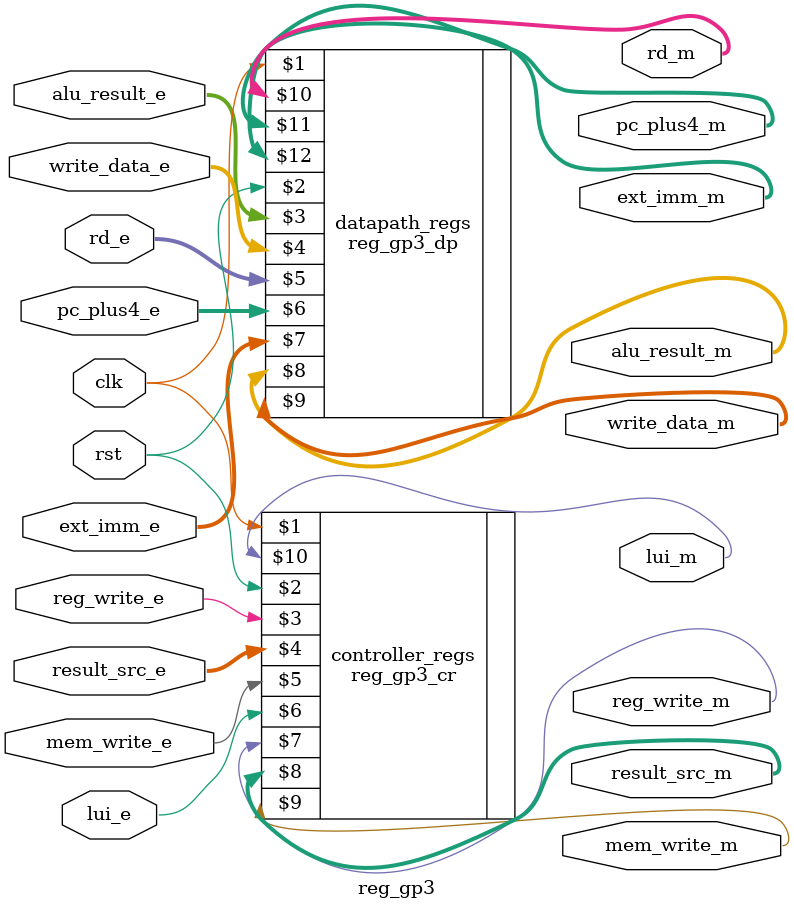
<source format=v>
module reg_gp3(clk, rst, alu_result_e, write_data_e,
    rd_e, pc_plus4_e, ext_imm_e, alu_result_m, write_data_m,
    rd_m, pc_plus4_m, ext_imm_m, reg_write_e, result_src_e,
    mem_write_e, lui_e, reg_write_m, result_src_m,
    mem_write_m, lui_m);
    input clk, rst;

    // Datapath signals:
    input [4:0] rd_e;
    input [31:0] alu_result_e, write_data_e, pc_plus4_e, ext_imm_e;
    output [4:0] rd_m;
    output [31:0] alu_result_m, write_data_m, pc_plus4_m, ext_imm_m;

    // Controller signals:
    input reg_write_e, mem_write_e, lui_e;
    input [1:0] result_src_e;
    output reg_write_m, mem_write_m, lui_m;
    output [1:0] result_src_m;
    
    // Instantiate of datapath and controller:
    reg_gp3_dp datapath_regs(clk, rst, alu_result_e,
    write_data_e, rd_e, pc_plus4_e, ext_imm_e,
    alu_result_m, write_data_m, rd_m, pc_plus4_m, ext_imm_m);
    reg_gp3_cr controller_regs(clk, rst, reg_write_e, result_src_e,
    mem_write_e, lui_e, reg_write_m, result_src_m, mem_write_m, lui_m);

endmodule


</source>
